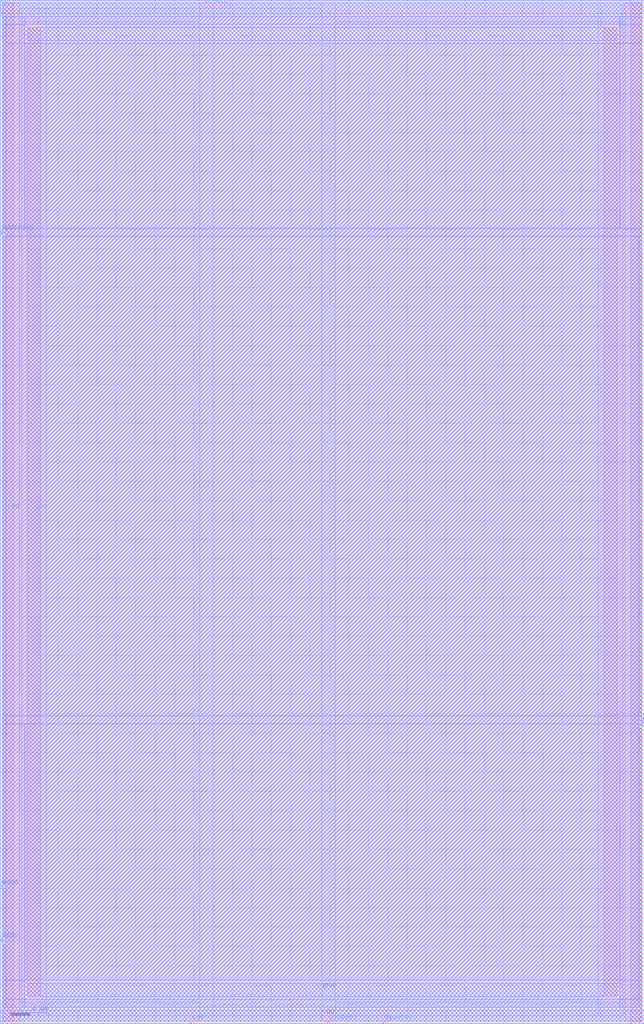
<source format=lef>
VERSION 5.4 ;
NAMESCASESENSITIVE ON ;
BUSBITCHARS "[]" ;
DIVIDERCHAR "/" ;
UNITS
  DATABASE MICRONS 2000 ;
END UNITS
MACRO freepdk45_16x2
   CLASS BLOCK ;
   SIZE 33.24 BY 52.84 ;
   SYMMETRY X Y R90 ;
   PIN din0[0]
      DIRECTION INPUT ;
      PORT
         LAYER metal4 ;
         RECT  16.8725 0.0 17.0125 0.14 ;
      END
   END din0[0]
   PIN din0[1]
      DIRECTION INPUT ;
      PORT
         LAYER metal4 ;
         RECT  19.7325 0.0 19.8725 0.14 ;
      END
   END din0[1]
   PIN addr0[0]
      DIRECTION INPUT ;
      PORT
         LAYER metal3 ;
         RECT  0.0 40.78 0.14 40.92 ;
      END
   END addr0[0]
   PIN addr0[1]
      DIRECTION INPUT ;
      PORT
         LAYER metal4 ;
         RECT  10.585 52.7 10.725 52.84 ;
      END
   END addr0[1]
   PIN addr0[2]
      DIRECTION INPUT ;
      PORT
         LAYER metal4 ;
         RECT  11.44 52.7 11.58 52.84 ;
      END
   END addr0[2]
   PIN addr0[3]
      DIRECTION INPUT ;
      PORT
         LAYER metal4 ;
         RECT  11.155 52.7 11.295 52.84 ;
      END
   END addr0[3]
   PIN csb0
      DIRECTION INPUT ;
      PORT
         LAYER metal3 ;
         RECT  0.0 4.25 0.14 4.39 ;
      END
   END csb0
   PIN web0
      DIRECTION INPUT ;
      PORT
         LAYER metal3 ;
         RECT  0.0 6.98 0.14 7.12 ;
      END
   END web0
   PIN clk0
      DIRECTION INPUT ;
      PORT
         LAYER metal4 ;
         RECT  9.84 0.0 9.98 0.14 ;
      END
   END clk0
   PIN dout0[0]
      DIRECTION OUTPUT ;
      PORT
         LAYER metal3 ;
         RECT  33.1 15.6275 33.24 15.7675 ;
      END
   END dout0[0]
   PIN dout0[1]
      DIRECTION OUTPUT ;
      PORT
         LAYER metal3 ;
         RECT  33.1 15.3925 33.24 15.5325 ;
      END
   END dout0[1]
   PIN vdd
      DIRECTION INOUT ;
      USE POWER ; 
      SHAPE ABUTMENT ; 
      PORT
         LAYER metal3 ;
         RECT  0.0 52.14 33.24 52.84 ;
         LAYER metal4 ;
         RECT  32.54 0.0 33.24 52.84 ;
         LAYER metal3 ;
         RECT  0.0 0.0 33.24 0.7 ;
         LAYER metal4 ;
         RECT  0.0 0.0 0.7 52.84 ;
      END
   END vdd
   PIN gnd
      DIRECTION INOUT ;
      USE GROUND ; 
      SHAPE ABUTMENT ; 
      PORT
         LAYER metal4 ;
         RECT  31.14 1.4 31.84 51.44 ;
         LAYER metal3 ;
         RECT  1.4 50.74 31.84 51.44 ;
         LAYER metal3 ;
         RECT  1.4 1.4 31.84 2.1 ;
         LAYER metal4 ;
         RECT  1.4 1.4 2.1 51.44 ;
      END
   END gnd
   OBS
   LAYER  metal1 ;
      RECT  0.14 0.14 33.1 52.7 ;
   LAYER  metal2 ;
      RECT  0.14 0.14 33.1 52.7 ;
   LAYER  metal3 ;
      RECT  0.28 40.64 33.1 41.06 ;
      RECT  0.14 4.53 0.28 6.84 ;
      RECT  0.14 7.26 0.28 40.64 ;
      RECT  0.28 15.4875 32.96 15.9075 ;
      RECT  0.28 15.9075 32.96 40.64 ;
      RECT  32.96 15.9075 33.1 40.64 ;
      RECT  0.14 41.06 0.28 52.0 ;
      RECT  0.14 0.84 0.28 4.11 ;
      RECT  32.96 0.84 33.1 15.2525 ;
      RECT  0.28 41.06 1.26 50.6 ;
      RECT  0.28 50.6 1.26 51.58 ;
      RECT  0.28 51.58 1.26 52.0 ;
      RECT  1.26 41.06 31.98 50.6 ;
      RECT  1.26 51.58 31.98 52.0 ;
      RECT  31.98 41.06 33.1 50.6 ;
      RECT  31.98 50.6 33.1 51.58 ;
      RECT  31.98 51.58 33.1 52.0 ;
      RECT  0.28 0.84 1.26 1.26 ;
      RECT  0.28 1.26 1.26 2.24 ;
      RECT  0.28 2.24 1.26 15.4875 ;
      RECT  1.26 0.84 31.98 1.26 ;
      RECT  1.26 2.24 31.98 15.4875 ;
      RECT  31.98 0.84 32.96 1.26 ;
      RECT  31.98 1.26 32.96 2.24 ;
      RECT  31.98 2.24 32.96 15.4875 ;
   LAYER  metal4 ;
      RECT  16.5925 0.42 17.2925 52.7 ;
      RECT  17.2925 0.14 19.4525 0.42 ;
      RECT  10.305 0.42 11.005 52.42 ;
      RECT  11.005 0.42 16.5925 52.42 ;
      RECT  11.86 52.42 16.5925 52.7 ;
      RECT  10.26 0.14 16.5925 0.42 ;
      RECT  20.1525 0.14 32.26 0.42 ;
      RECT  0.98 52.42 10.305 52.7 ;
      RECT  0.98 0.14 9.56 0.42 ;
      RECT  17.2925 0.42 30.86 1.12 ;
      RECT  17.2925 1.12 30.86 51.72 ;
      RECT  17.2925 51.72 30.86 52.7 ;
      RECT  30.86 0.42 32.12 1.12 ;
      RECT  30.86 51.72 32.12 52.7 ;
      RECT  32.12 0.42 32.26 1.12 ;
      RECT  32.12 1.12 32.26 51.72 ;
      RECT  32.12 51.72 32.26 52.7 ;
      RECT  0.98 0.42 1.12 1.12 ;
      RECT  0.98 1.12 1.12 51.72 ;
      RECT  0.98 51.72 1.12 52.42 ;
      RECT  1.12 0.42 2.38 1.12 ;
      RECT  1.12 51.72 2.38 52.42 ;
      RECT  2.38 0.42 10.305 1.12 ;
      RECT  2.38 1.12 10.305 51.72 ;
      RECT  2.38 51.72 10.305 52.42 ;
   END
END    freepdk45_16x2
END    LIBRARY

</source>
